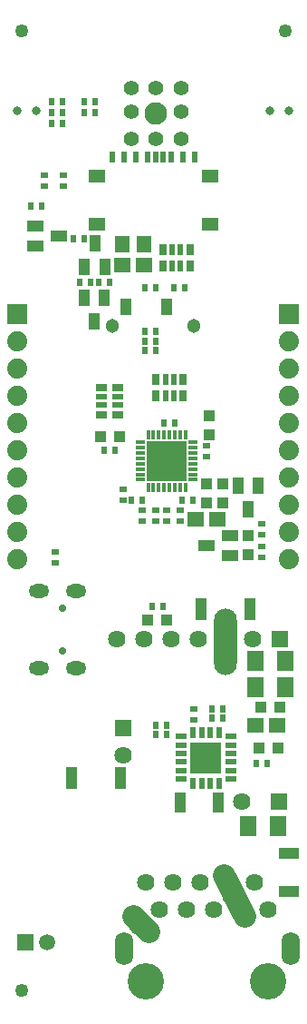
<source format=gbr>
G04 #@! TF.GenerationSoftware,KiCad,Pcbnew,5.1.0-rc2-unknown-036be7d~80~ubuntu16.04.1*
G04 #@! TF.CreationDate,2019-03-08T14:26:04+02:00*
G04 #@! TF.ProjectId,ESP32-PoE-ISO_Rev_B,45535033-322d-4506-9f45-2d49534f5f52,A*
G04 #@! TF.SameCoordinates,Original*
G04 #@! TF.FileFunction,Soldermask,Bot*
G04 #@! TF.FilePolarity,Negative*
%FSLAX46Y46*%
G04 Gerber Fmt 4.6, Leading zero omitted, Abs format (unit mm)*
G04 Created by KiCad (PCBNEW 5.1.0-rc2-unknown-036be7d~80~ubuntu16.04.1) date 2019-03-08 14:26:04*
%MOMM*%
%LPD*%
G04 APERTURE LIST*
%ADD10C,1.401600*%
%ADD11C,2.101600*%
%ADD12C,0.701600*%
%ADD13O,1.901600X1.301600*%
%ADD14R,1.117600X0.482600*%
%ADD15R,1.117600X0.736600*%
%ADD16R,1.117600X2.133600*%
%ADD17C,1.301600*%
%ADD18C,0.801600*%
%ADD19C,1.625600*%
%ADD20R,1.625600X1.625600*%
%ADD21R,0.501600X1.101600*%
%ADD22R,1.101600X0.501600*%
%ADD23R,2.901599X2.901599*%
%ADD24C,2.133600*%
%ADD25C,2.133600*%
%ADD26O,2.133600X6.197600*%
%ADD27R,1.117600X1.879600*%
%ADD28R,0.482600X1.117600*%
%ADD29R,0.736600X1.117600*%
%ADD30R,1.101600X1.501600*%
%ADD31R,1.501600X1.101600*%
%ADD32R,1.117600X1.117600*%
%ADD33R,0.601600X0.651600*%
%ADD34R,3.701600X3.701600*%
%ADD35R,0.501600X0.501600*%
%ADD36R,1.524000X1.524000*%
%ADD37R,0.351600X0.901600*%
%ADD38R,0.901600X0.351600*%
%ADD39R,1.625600X1.371600*%
%ADD40R,0.601600X1.101600*%
%ADD41R,1.601600X1.301600*%
%ADD42R,1.879600X1.117600*%
%ADD43R,1.625600X1.879600*%
%ADD44C,1.879600*%
%ADD45R,1.879600X1.879600*%
%ADD46R,0.651600X0.601600*%
%ADD47C,1.254000*%
%ADD48R,1.501600X1.501600*%
%ADD49C,1.501600*%
%ADD50R,1.371600X1.625600*%
%ADD51C,3.401601*%
%ADD52O,1.701600X3.101599*%
G04 APERTURE END LIST*
D10*
X102099600Y-106834800D03*
D11*
X104411000Y-104498000D03*
D10*
X106773200Y-106834800D03*
X102099600Y-102135800D03*
X106773200Y-102135800D03*
X104411000Y-102135800D03*
X104411000Y-106834800D03*
X102099600Y-104371000D03*
X106773200Y-104371000D03*
D12*
X95626000Y-150654000D03*
X95626000Y-154654000D03*
D13*
X93476000Y-149054000D03*
X96946000Y-149054000D03*
X96946000Y-156254000D03*
X93476000Y-156254000D03*
D14*
X99314000Y-130937000D03*
X99314000Y-131699000D03*
X100838000Y-130937000D03*
X100838000Y-131699000D03*
D15*
X99314000Y-130048000D03*
X100838000Y-130048000D03*
X99314000Y-132588000D03*
X100838000Y-132588000D03*
D16*
X113157000Y-150749000D03*
X108585000Y-150749000D03*
D17*
X107950000Y-124333000D03*
X100330000Y-124333000D03*
D18*
X91421000Y-104267000D03*
X93221000Y-104267000D03*
X115059000Y-104267000D03*
X116859000Y-104267000D03*
D19*
X113411000Y-153543000D03*
D20*
X115951000Y-153543000D03*
D19*
X108331000Y-153543000D03*
X105791000Y-153543000D03*
X100711000Y-153543000D03*
X103251000Y-153543000D03*
D20*
X115923000Y-168656000D03*
D19*
X112423000Y-168656000D03*
D20*
X101346000Y-161818000D03*
D19*
X101346000Y-164318000D03*
D21*
X107877000Y-162242000D03*
X108677000Y-162242000D03*
X109477000Y-162242000D03*
X110277000Y-162242000D03*
D22*
X111427000Y-162592000D03*
X111427000Y-163392000D03*
X111427000Y-164192000D03*
X111427000Y-164992000D03*
X111427000Y-165792000D03*
X111427000Y-166592000D03*
D21*
X110277000Y-166942000D03*
X109477000Y-166942000D03*
X108677000Y-166942000D03*
X107877000Y-166942000D03*
D22*
X106727000Y-166592000D03*
X106727000Y-165792000D03*
X106727000Y-164992000D03*
X106727000Y-164192000D03*
X106727000Y-163392000D03*
X106727000Y-162592000D03*
D23*
X109077000Y-164592000D03*
D24*
X111696500Y-177419000D03*
D25*
X110716335Y-175495317D02*
X112676665Y-179342683D01*
D26*
X110871000Y-153733500D03*
D27*
X106680000Y-168783000D03*
X110236000Y-168783000D03*
D28*
X106680000Y-117221000D03*
X105918000Y-117221000D03*
X106680000Y-118745000D03*
X105918000Y-118745000D03*
D29*
X107569000Y-117221000D03*
X107569000Y-118745000D03*
X105029000Y-117221000D03*
X105029000Y-118745000D03*
D30*
X112080040Y-139227560D03*
X113982500Y-139227560D03*
X113027460Y-141437360D03*
D31*
X95334000Y-115951000D03*
X93134000Y-115001000D03*
X93134000Y-116901000D03*
D32*
X115824000Y-163703000D03*
X114046000Y-163703000D03*
D33*
X97282000Y-120269000D03*
X98298000Y-120269000D03*
X99060000Y-120269000D03*
X100076000Y-120269000D03*
D34*
X105410000Y-136906000D03*
D35*
X106710000Y-137406000D03*
X106710000Y-136406000D03*
X105910000Y-135606000D03*
X104910000Y-135606000D03*
X104110000Y-136406000D03*
X104110000Y-137406000D03*
X104910000Y-138206000D03*
X105910000Y-138206000D03*
D36*
X105410000Y-136906000D03*
D37*
X103660000Y-139356000D03*
X104160000Y-139356000D03*
X104660000Y-139356000D03*
X105160000Y-139356000D03*
X105660000Y-139356000D03*
X106160000Y-139356000D03*
X106660000Y-139356000D03*
X107160000Y-139356000D03*
D38*
X107860000Y-138656000D03*
X107860000Y-138156000D03*
X107860000Y-137656000D03*
X107860000Y-137156000D03*
X107860000Y-136656000D03*
X107860000Y-136156000D03*
X107860000Y-135656000D03*
X107860000Y-135156000D03*
D37*
X107160000Y-134456000D03*
X106660000Y-134456000D03*
X106160000Y-134456000D03*
X105660000Y-134456000D03*
X105160000Y-134456000D03*
X104660000Y-134456000D03*
X104160000Y-134456000D03*
X103660000Y-134456000D03*
D38*
X102960000Y-135156000D03*
X102960000Y-135656000D03*
X102960000Y-136156000D03*
X102960000Y-136656000D03*
X102960000Y-137156000D03*
X102960000Y-137656000D03*
X102960000Y-138156000D03*
X102960000Y-138656000D03*
D33*
X106045000Y-120777000D03*
X107061000Y-120777000D03*
D30*
X105405000Y-122555000D03*
X101605000Y-122555000D03*
D33*
X97663000Y-103378000D03*
X98679000Y-103378000D03*
X98679000Y-104394000D03*
X97663000Y-104394000D03*
D39*
X110109000Y-142367000D03*
X108077000Y-142367000D03*
D30*
X97663000Y-121666000D03*
X99565460Y-121666000D03*
X98610420Y-123875800D03*
D28*
X106045000Y-129286000D03*
X105283000Y-129286000D03*
X106045000Y-130810000D03*
X105283000Y-130810000D03*
D29*
X106934000Y-129286000D03*
X106934000Y-130810000D03*
X104394000Y-129286000D03*
X104394000Y-130810000D03*
D32*
X110617000Y-139065000D03*
X110617000Y-140843000D03*
X109093000Y-139065000D03*
X109093000Y-140843000D03*
X99187000Y-134620000D03*
X100965000Y-134620000D03*
X109347000Y-134493000D03*
X109347000Y-132715000D03*
D39*
X115697000Y-161544000D03*
X113665000Y-161544000D03*
D40*
X100290000Y-108587000D03*
X101390000Y-108587000D03*
X102490000Y-108587000D03*
X103590000Y-108587000D03*
X104340000Y-108587000D03*
X105040000Y-108587000D03*
X105790000Y-108587000D03*
X106890000Y-108587000D03*
X107990000Y-108587000D03*
D41*
X109440000Y-110337000D03*
X98840000Y-110337000D03*
X109440000Y-114787000D03*
X98840000Y-114787000D03*
D42*
X116840000Y-177038000D03*
X116840000Y-173482000D03*
D43*
X115824000Y-170942000D03*
X113030000Y-170942000D03*
D39*
X101219000Y-118618000D03*
X103251000Y-118618000D03*
D30*
X99628960Y-118836440D03*
X97726500Y-118836440D03*
X98681540Y-116626640D03*
D44*
X91440000Y-130840000D03*
X91440000Y-128300000D03*
X91440000Y-125760000D03*
D45*
X91440000Y-123220000D03*
D44*
X91440000Y-133380000D03*
X91440000Y-135920000D03*
X91440000Y-141000000D03*
X91440000Y-138460000D03*
X91440000Y-143540000D03*
X91440000Y-146080000D03*
X116840000Y-130840000D03*
X116840000Y-128300000D03*
X116840000Y-125760000D03*
D45*
X116840000Y-123220000D03*
D44*
X116840000Y-133380000D03*
X116840000Y-135920000D03*
X116840000Y-141000000D03*
X116840000Y-138460000D03*
X116840000Y-143540000D03*
X116840000Y-146080000D03*
D31*
X111343440Y-143830040D03*
X111343440Y-145732500D03*
X109133640Y-144777460D03*
D33*
X96647000Y-116205000D03*
X97663000Y-116205000D03*
X105029000Y-150495000D03*
X104013000Y-150495000D03*
D46*
X114300000Y-144907000D03*
X114300000Y-145923000D03*
X104394000Y-141478000D03*
X104394000Y-142494000D03*
X103124000Y-141478000D03*
X103124000Y-142494000D03*
X106680000Y-141478000D03*
X106680000Y-142494000D03*
X105410000Y-141478000D03*
X105410000Y-142494000D03*
X109093000Y-136525000D03*
X109093000Y-135509000D03*
D33*
X102108000Y-140589000D03*
X103124000Y-140589000D03*
X104394000Y-125730000D03*
X103378000Y-125730000D03*
D46*
X107950000Y-161036000D03*
X107950000Y-160020000D03*
D33*
X113792000Y-165100000D03*
X114808000Y-165100000D03*
X104394000Y-120777000D03*
X103378000Y-120777000D03*
X104394000Y-124841000D03*
X103378000Y-124841000D03*
X104394000Y-126619000D03*
X103378000Y-126619000D03*
D46*
X93980000Y-110236000D03*
X93980000Y-111252000D03*
D33*
X105410000Y-162433000D03*
X104394000Y-162433000D03*
X104394000Y-161544000D03*
X105410000Y-161544000D03*
D46*
X95758000Y-111252000D03*
X95758000Y-110236000D03*
D33*
X93726000Y-113157000D03*
X92710000Y-113157000D03*
X107823000Y-140589000D03*
X106807000Y-140589000D03*
D46*
X101346000Y-140589000D03*
X101346000Y-139573000D03*
D33*
X99568000Y-135890000D03*
X100584000Y-135890000D03*
X106172000Y-133350000D03*
X105156000Y-133350000D03*
D43*
X113665000Y-157988000D03*
X116459000Y-157988000D03*
X113665000Y-155575000D03*
X116459000Y-155575000D03*
D32*
X114173000Y-159893000D03*
X115951000Y-159893000D03*
D47*
X91821000Y-96774000D03*
X116459000Y-96774000D03*
X91821000Y-186309000D03*
D48*
X92209620Y-181759860D03*
D49*
X94221300Y-181757320D03*
D50*
X101219000Y-116713000D03*
X103251000Y-116713000D03*
D33*
X110617000Y-160909000D03*
X109601000Y-160909000D03*
D32*
X113030000Y-143891000D03*
X113030000Y-145669000D03*
D46*
X114300000Y-142748000D03*
X114300000Y-143764000D03*
D32*
X105410000Y-151765000D03*
X103632000Y-151765000D03*
D51*
X114915000Y-185443000D03*
X103485000Y-185443000D03*
D52*
X117000000Y-182393000D03*
X101400000Y-182393000D03*
D19*
X114915000Y-178793000D03*
X113645000Y-176253000D03*
X109835000Y-178793000D03*
X108565000Y-176253000D03*
X107295000Y-178793000D03*
X106025000Y-176253000D03*
X104755000Y-178793000D03*
X103485000Y-176253000D03*
D16*
X101092000Y-166497000D03*
X96520000Y-166497000D03*
D33*
X110617000Y-160020000D03*
X109601000Y-160020000D03*
X95631000Y-105410000D03*
X94615000Y-105410000D03*
X94615000Y-103378000D03*
X95631000Y-103378000D03*
X94615000Y-104394000D03*
X95631000Y-104394000D03*
D24*
X102971600Y-180098700D03*
D25*
X102253180Y-179380280D02*
X103690020Y-180817120D01*
D46*
X94996000Y-146431000D03*
X94996000Y-145415000D03*
M02*

</source>
